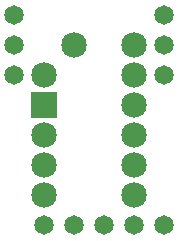
<source format=gts>
G04 MADE WITH FRITZING*
G04 WWW.FRITZING.ORG*
G04 DOUBLE SIDED*
G04 HOLES PLATED*
G04 CONTOUR ON CENTER OF CONTOUR VECTOR*
%ASAXBY*%
%FSLAX23Y23*%
%MOIN*%
%OFA0B0*%
%SFA1.0B1.0*%
%ADD10C,0.085000*%
%ADD11C,0.065118*%
%ADD12R,0.085000X0.085000*%
%LNMASK1*%
G90*
G70*
G54D10*
X163Y557D03*
X463Y557D03*
X263Y657D03*
X463Y657D03*
G54D11*
X563Y57D03*
X463Y57D03*
X363Y57D03*
X263Y57D03*
X163Y57D03*
G54D10*
X163Y457D03*
X463Y457D03*
X163Y357D03*
X463Y357D03*
X163Y257D03*
X463Y257D03*
X163Y157D03*
X463Y157D03*
G54D11*
X563Y757D03*
X63Y757D03*
X563Y657D03*
X63Y657D03*
X563Y557D03*
X63Y557D03*
G54D12*
X163Y457D03*
G04 End of Mask1*
M02*
</source>
